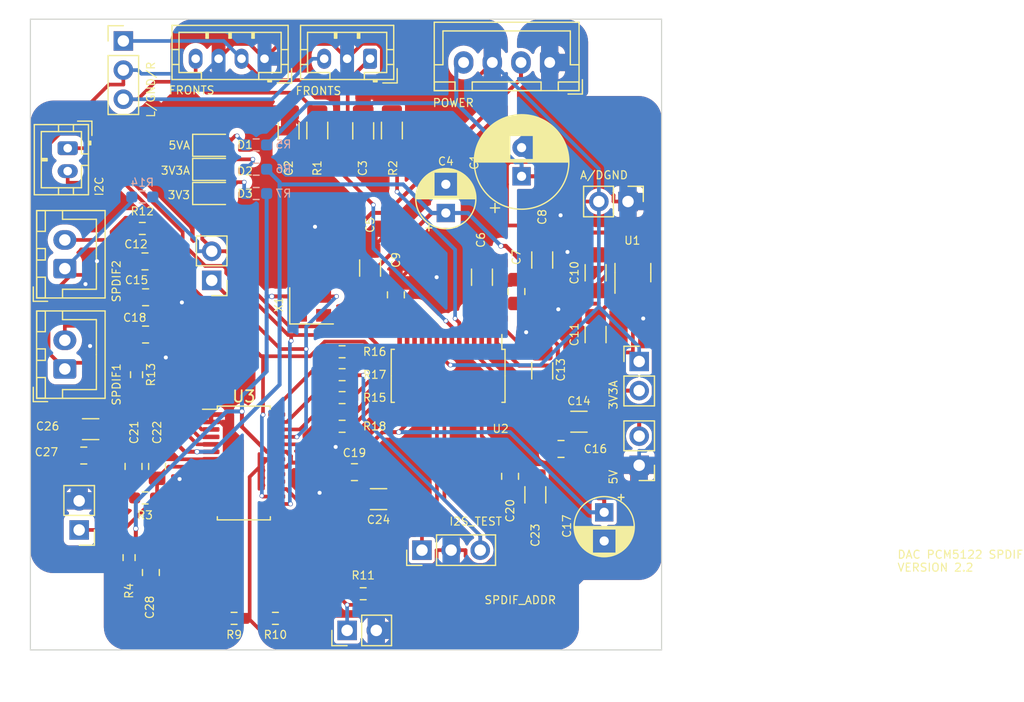
<source format=kicad_pcb>
(kicad_pcb (version 20221018) (generator pcbnew)
  (layers (0 "F.Cu" signal) (31 "B.Cu" signal) (34 "B.Paste" user) (35 "F.Paste" user) (36 "B.SilkS" user "B.Silkscreen") (37 "F.SilkS" user "F.Silkscreen") (38 "B.Mask" user) (39 "F.Mask" user) (44 "Edge.Cuts" user))
  (net 0 "")
  (net 1 "3V3")
  (net 2 "AGND")
  (net 3 "VOUT1")
  (net 4 "LEFT_FRONT")
  (net 5 "VOUT2")
  (net 6 "RIGHT_FRONT")
  (net 7 "Net-(D1-A)")
  (net 8 "Net-(D2-A)")
  (net 9 "GND")
  (net 10 "Net-(U2-VNEG)")
  (net 11 "5V")
  (net 12 "I2S_DATA")
  (net 13 "I2S_BCLK")
  (net 14 "I2S_LRCLK")
  (net 15 "3V3A")
  (net 16 "I2S_SCLK")
  (net 17 "Net-(U2-CAPP)")
  (net 18 "Net-(U2-CAPM)")
  (net 19 "Net-(U2-LDOO)")
  (net 20 "Net-(D3-A)")
  (net 25 "SCL")
  (net 26 "SDA")
  (net 28 "Net-(U3-~{RESET})")
  (net 30 "SPDIF_P1")
  (net 31 "SPDIF_P2")
  (net 32 "Net-(U3-RXN)")
  (net 33 "Net-(U3-RXP0)")
  (net 34 "Net-(U3-RXP1)")
  (net 35 "FILT")
  (net 36 "Net-(C21-Pad1)")
  (net 37 "Net-(U3-AD0{slash}~{CS}{slash}NV{slash}RERR)")
  (net 38 "Net-(U3-AD1{slash}CDIN{slash}~{AUDIO})")
  (net 39 "Net-(J11-Pin_1)")
  (net 40 "OMCK")
  (net 42 "GPO0")
  (net 43 "FGND")
  (net 44 "Net-(U3-SDOUT)")
  (net 45 "Net-(U3-OLRCK)")
  (net 46 "Net-(U3-OSCLK)")
  (net 47 "Net-(U3-RMCK)")
  (footprint "LED_SMD:LED_0805_2012Metric_Pad1.15x1.40mm_HandSolder" (layer "F.Cu") (at 53.8 37.6)
    (fp_text reference "D2")
    (fp_text value "YELLOW")
  )
  (footprint "Capacitor_SMD:C_0805_2012Metric_Pad1.18x1.45mm_HandSolder" (layer "F.Cu") (at 47.8375 48.75)
    (fp_text reference "C15")
    (fp_text value "0.01u")
  )
  (footprint "Capacitor_SMD:C_1206_3216Metric_Pad1.33x1.80mm_HandSolder" (layer "F.Cu") (at 82.4 55.1625 90)
    (fp_text reference "C13")
    (fp_text value "2.2u")
  )
  (footprint "Resistor_SMD:R_1206_3216Metric_Pad1.30x1.75mm_HandSolder" (layer "F.Cu") (at 69.3 34.2075 -90)
    (fp_text reference "R2")
    (fp_text value "470R")
  )
  (footprint "LED_SMD:LED_0805_2012Metric_Pad1.15x1.40mm_HandSolder" (layer "F.Cu") (at 53.8 35.5)
    (fp_text reference "D1")
    (fp_text value "BLUE")
  )
  (footprint "Capacitor_SMD:C_1206_3216Metric_Pad1.33x1.80mm_HandSolder" (layer "F.Cu") (at 81.8 65.975 -90)
    (fp_text reference "C23")
    (fp_text value "10u")
  )
  (footprint "Capacitor_SMD:C_1206_3216Metric_Pad1.33x1.80mm_HandSolder" (layer "F.Cu") (at 85.6 59.6)
    (fp_text reference "C14")
    (fp_text value "10u")
  )
  (footprint "Capacitor_SMD:C_0805_2012Metric_Pad1.18x1.45mm_HandSolder" (layer "F.Cu") (at 69.65 48.5375 90)
    (fp_text reference "C9")
    (fp_text value "0.1u")
  )
  (footprint "Capacitor_SMD:C_1206_3216Metric_Pad1.33x1.80mm_HandSolder" (layer "F.Cu") (at 87.05 52 -90)
    (fp_text reference "C11")
    (fp_text value "1u")
  )
  (footprint "Resistor_SMD:R_0603_1608Metric_Pad0.98x0.95mm_HandSolder" (layer "F.Cu") (at 64.9625 53.5)
    (fp_text reference "R16")
    (fp_text value "22R")
  )
  (footprint "Connector_PinHeader_2.54mm:PinHeader_1x03_P2.54mm_Vertical" (layer "F.Cu") (at 71.92 70.8 90)
    (fp_text reference "J13" hide)
    (fp_text value "Conn_01x03_Pin")
  )
  (footprint "Package_SO:TSSOP-28_4.4x9.7mm_P0.65mm" (layer "F.Cu") (at 74.2 55.6 -90)
    (fp_text reference "U2")
    (fp_text value "PCM5122PW")
  )
  (footprint "Connector_PinHeader_2.54mm:PinHeader_1x02_P2.54mm_Vertical" (layer "F.Cu") (at 53.6 47.275 180)
    (fp_text reference "J14" hide)
    (fp_text value "Conn_01x02_Pin")
  )
  (footprint "Capacitor_SMD:C_1206_3216Metric_Pad1.33x1.80mm_HandSolder" (layer "F.Cu") (at 66.8 34.2375 -90)
    (fp_text reference "C3")
    (fp_text value "2.2n")
  )
  (footprint "Resistor_SMD:R_0603_1608Metric_Pad0.98x0.95mm_HandSolder" (layer "F.Cu") (at 46.4 71.45 90)
    (fp_text reference "R4")
    (fp_text value "100k")
  )
  (footprint "Resistor_SMD:R_0603_1608Metric_Pad0.98x0.95mm_HandSolder" (layer "F.Cu") (at 59.15 76.75 180)
    (fp_text reference "R10")
    (fp_text value "4.7K")
  )
  (footprint "Connector_JST:JST_PH_B3B-PH-K_1x03_P2.00mm_Vertical" (layer "F.Cu") (at 67.4 27.95 180)
    (fp_text reference "J2" hide)
    (fp_text value "Conn_01x03_Pin")
  )
  (footprint "Resistor_SMD:R_0603_1608Metric_Pad0.98x0.95mm_HandSolder" (layer "F.Cu") (at 55.55 76.75 180)
    (fp_text reference "R9")
    (fp_text value "4.7K")
  )
  (footprint "Resistor_SMD:R_1206_3216Metric_Pad1.30x1.75mm_HandSolder" (layer "F.Cu") (at 62.8 34.2075 -90)
    (fp_text reference "R1")
    (fp_text value "470R")
  )
  (footprint "Capacitor_SMD:C_1206_3216Metric_Pad1.33x1.80mm_HandSolder" (layer "F.Cu") (at 43.05 60.25)
    (fp_text reference "C26")
    (fp_text value "10u")
  )
  (footprint "Resistor_SMD:R_0603_1608Metric_Pad0.98x0.95mm_HandSolder" (layer "F.Cu") (at 47.05 55.5 90)
    (fp_text reference "R13")
    (fp_text value "75R")
  )
  (footprint "Capacitor_SMD:C_0805_2012Metric_Pad1.18x1.45mm_HandSolder" (layer "F.Cu") (at 48.3 72.75 90)
    (fp_text reference "C28")
    (fp_text value "1u")
  )
  (footprint "Resistor_SMD:R_0603_1608Metric_Pad0.98x0.95mm_HandSolder" (layer "F.Cu") (at 66.8 74.6)
    (fp_text reference "R11")
    (fp_text value "4.7K")
  )
  (footprint "Connector_JST:JST_PH_B2B-PH-K_1x02_P2.00mm_Vertical" (layer "F.Cu") (at 41.05 35.75 -90)
    (fp_text reference "J4" hide)
    (fp_text value "Conn_01x02_Male")
  )
  (footprint "Capacitor_SMD:C_1206_3216Metric_Pad1.33x1.80mm_HandSolder" (layer "F.Cu") (at 82.4 45.5 90)
    (fp_text reference "C8")
    (fp_text value "10u")
  )
  (footprint "Package_TO_SOT_SMD:TSOT-23-5" (layer "F.Cu") (at 90.3 46.6 90)
    (fp_text reference "U1")
    (fp_text value "NCV8161")
  )
  (footprint "Capacitor_SMD:C_0805_2012Metric_Pad1.18x1.45mm_HandSolder" (layer "F.Cu") (at 46.7875 63.5 90)
    (fp_text reference "C21")
    (fp_text value "22n")
  )
  (footprint "Capacitor_THT:CP_Radial_D8.0mm_P2.50mm" (layer "F.Cu") (at 80.6 38.2 90)
    (fp_text reference "C1")
    (fp_text value " 330u 16V")
  )
  (footprint "Capacitor_SMD:C_0805_2012Metric_Pad1.18x1.45mm_HandSolder" (layer "F.Cu") (at 47.8375 52)
    (fp_text reference "C18")
    (fp_text value "0.01u")
  )
  (footprint "Oscillator:Oscillator_SMD_Abracon_ASE-4Pin_3.2x2.5mm" (layer "F.Cu") (at 62.3 49.5)
    (fp_text reference "X1")
    (fp_text value "ASE-xxxMHz")
  )
  (footprint "Connector_JST:JST_XH_B2B-XH-A_1x02_P2.50mm_Vertical" (layer "F.Cu") (at 40.8 55 90)
    (fp_text reference "J9" hide)
    (fp_text value "Conn_01x02_Male")
  )
  (footprint "Package_SO:TSSOP-28_4.4x9.7mm_P0.65mm" (layer "F.Cu") (at 56.4 63.2)
    (fp_text reference "U3")
    (fp_text value "CS8416-xZZ")
  )
  (footprint "Capacitor_SMD:C_0805_2012Metric_Pad1.18x1.45mm_HandSolder" (layer "F.Cu") (at 80.15 48.25 -90)
    (fp_text reference "C7")
    (fp_text value "0.1u")
  )
  (footprint "Capacitor_THT:CP_Radial_D5.0mm_P2.50mm" (layer "F.Cu") (at 87.8 67.5 -90)
    (fp_text reference "C17")
    (fp_text value "100u 16V")
  )
  (footprint "Connector_PinHeader_2.54mm:PinHeader_1x03_P2.54mm_Vertical" (layer "F.Cu") (at 45.9 26.4)
    (fp_text reference "J1" hide)
    (fp_text value "Conn_01x03_Male")
  )
  (footprint "Connector_PinHeader_2.54mm:PinHeader_1x02_P2.54mm_Vertical" (layer "F.Cu") (at 89.875 40.4 -90)
    (fp_text reference "J5" hide)
    (fp_text value "Conn_01x02_Pin")
  )
  (footprint "Resistor_SMD:R_0603_1608Metric_Pad0.98x0.95mm_HandSolder" (layer "F.Cu") (at 47.8 66.25)
    (fp_text reference "R3")
    (fp_text value "3K")
  )
  (footprint "Resistor_SMD:R_0603_1608Metric_Pad0.98x0.95mm_HandSolder" (layer "F.Cu") (at 64.9625 57.5)
    (fp_text reference "R15")
    (fp_text value "22R")
  )
  (footprint "Connector_PinHeader_2.54mm:PinHeader_1x02_P2.54mm_Vertical" (layer "F.Cu") (at 65.4 77.8 90)
    (fp_text reference "J11" hide)
    (fp_text value "Conn_01x02_Pin")
  )
  (footprint "MountingHole:MountingHole_3.2mm_M3" (layer "F.Cu") (at 90.3 77)
    (fp_text reference "H4" hide)
    (fp_text value "MountingHole")
  )
  (footprint "Capacitor_SMD:C_1206_3216Metric_Pad1.33x1.80mm_HandSolder" (layer "F.Cu") (at 87.05 46.6125 90)
    (fp_text reference "C10")
    (fp_text value "1u")
  )
  (footprint "Connector_PinHeader_2.54mm:PinHeader_1x02_P2.54mm_Vertical" (layer "F.Cu") (at 42.05 69.04 180)
    (fp_text reference "J15" hide)
    (fp_text value "Conn_01x02_Pin")
  )
  (footprint "Resistor_SMD:R_0603_1608Metric_Pad0.98x0.95mm_HandSolder" (layer "F.Cu") (at 47.55 42.75 180)
    (fp_text reference "R12")
    (fp_text value "75R")
  )
  (footprint "Connector_PinHeader_2.54mm:PinHeader_1x02_P2.54mm_Vertical" (layer "F.Cu") (at 90.85 63.4 180)
    (fp_text reference "J8" hide)
    (fp_text value "Conn_01x02_Pin")
  )
  (footprint "Capacitor_THT:CP_Radial_D5.0mm_P2.50mm" (layer "F.Cu") (at 74 41.4 90)
    (fp_text reference "C4")
    (fp_text value "100u 16V")
  )
  (footprint "Capacitor_SMD:C_1206_3216Metric_Pad1.33x1.80mm_HandSolder" (layer "F.Cu") (at 77.15 47 -90)
    (fp_text reference "C6")
    (fp_text value "2.2u")
  )
  (footprint "Capacitor_SMD:C_0805_2012Metric_Pad1.18x1.45mm_HandSolder" (layer "F.Cu") (at 66.0375 64)
    (fp_text reference "C19")
    (fp_text value "0.1u")
  )
  (footprint "MountingHole:MountingHole_3.2mm_M3" (layer "F.Cu") (at 40.3 27)
    (fp_text reference "H1" hide)
    (fp_text value "MountingHole")
  )
  (footprint "Capacitor_SMD:C_0805_2012Metric_Pad1.18x1.45mm_HandSolder" (layer "F.Cu") (at 42.45 62.55)
    (fp_text reference "C27")
    (fp_text value "0.1u")
  )
  (footprint "Capacitor_SMD:C_1206_3216Metric_Pad1.33x1.80mm_HandSolder" (layer "F.Cu") (at 60.3 34.2375 -90)
    (fp_text reference "C2")
    (fp_text value "2.2n")
  )
  (footprint "LED_SMD:LED_0805_2012Metric_Pad1.15x1.40mm_HandSolder" (layer "F.Cu") (at 53.8 39.7)
    (fp_text reference "D3")
    (fp_text value "YELLOW")
  )
  (footprint "Connector_JST:JST_XH_B2B-XH-A_1x02_P2.50mm_Vertical" (layer "F.Cu") (at 40.8 46.25 90)
    (fp_text reference "J7" hide)
    (fp_text value "Conn_01x02_Male")
  )
  (footprint "Resistor_SMD:R_0603_1608Metric_Pad0.98x0.95mm_HandSolder" (layer "F.Cu") (at 64.9625 60)
    (fp_text reference "R18")
    (fp_text value "22R")
  )
  (footprint "Connector_PinHeader_2.54mm:PinHeader_1x02_P2.54mm_Vertical" (layer "F.Cu") (at 90.85 54.35)
    (fp_text reference "J6" hide)
    (fp_text value "Conn_01x02_Pin")
  )
  (footprint "Connector_JST:JST_XH_B4B-XH-A_1x04_P2.50mm_Vertical" (layer "F.Cu") (at 83.05 28.275 180)
    (fp_text reference "J3" hide)
    (fp_text value "Conn_01x04_Pin")
  )
  (footprint "Capacitor_SMD:C_0805_2012Metric_Pad1.18x1.45mm_HandSolder" (layer "F.Cu") (at 48.8375 63.5 -90)
    (fp_text reference "C22")
    (fp_text value "1n")
  )
  (footprint "Capacitor_SMD:C_1206_3216Metric_Pad1.33x1.80mm_HandSolder" (layer "F.Cu") (at 68.1375 66.35)
    (fp_text reference "C24")
    (fp_text value "10u")
  )
  (footprint "MountingHole:MountingHole_3.2mm_M3" (layer "F.Cu") (at 40.3 77)
    (fp_text reference "H3" hide)
    (fp_text value "MountingHole")
  )
  (footprint "Resistor_SMD:R_0603_1608Metric_Pad0.98x0.95mm_HandSolder" (layer "F.Cu") (at 64.9625 55.5)
    (fp_text reference "R17")
    (fp_text value "22R")
  )
  (footprint "Capacitor_SMD:C_1206_3216Metric_Pad1.33x1.80mm_HandSolder" (layer "F.Cu") (at 67.4 46.2 90)
    (fp_text reference "C5")
    (fp_text value "10u")
  )
  (footprint "Capacitor_SMD:C_0805_2012Metric_Pad1.18x1.45mm_HandSolder" (layer "F.Cu") (at 47.7875 45.6206)
    (fp_text reference "C12")
    (fp_text value "0.01u")
  )
  (footprint "Capacitor_SMD:C_0805_2012Metric_Pad1.18x1.45mm_HandSolder" (layer "F.Cu") (at 79.6 64.3625 -90)
    (fp_text reference "C20")
    (fp_text value "0.1u")
  )
  (footprint "MountingHole:MountingHole_3.2mm_M3" (layer "F.Cu") (at 90.05 27.25)
    (fp_text reference "H2" hide)
    (fp_text value "MountingHole")
  )
  (footprint "Connector_JST:JST_PH_B4B-PH-K_1x04_P2.00mm_Vertical" (layer "F.Cu") (at 58.2 27.95 180)
    (fp_text reference "J12" hide)
    (fp_text value "Conn_01x04_Pin")
  )
  (footprint "Capacitor_SMD:C_0805_2012Metric_Pad1.18x1.45mm_HandSolder" (layer "F.Cu") (at 84.0375 61.975 180)
    (fp_text reference "C16")
    (fp_text value "0.1u")
  )
  (footprint "Resistor_SMD:R_0603_1608Metric_Pad0.98x0.95mm_HandSolder" (layer "B.Cu") (at 57.475 39.7 180)
    (fp_text reference "R7")
    (fp_text value "430R")
  )
  (footprint "Resistor_SMD:R_0603_1608Metric_Pad0.98x0.95mm_HandSolder" (layer "B.Cu") (at 57.475 37.5825 180)
    (fp_text reference "R6")
    (fp_text value "430R")
  )
  (footprint "Resistor_SMD:R_0603_1608Metric_Pad0.98x0.95mm_HandSolder" (layer "B.Cu") (at 57.475 35.465 180)
    (fp_text reference "R5")
    (fp_text value "1K")
  )
  (footprint "Resistor_SMD:R_0603_1608Metric_Pad0.98x0.95mm_HandSolder" (layer "B.Cu") (at 47.55 40)
    (fp_text reference "R14")
    (fp_text value "FERRITE")
  )
  (gr_line (start 92.8 24.5) (end 92.8 79.5) (stroke (width 0.1)) (layer "Edge.Cuts"))
  (gr_line (start 92.8 79.5) (end 37.8 79.5) (stroke (width 0.1)) (layer "Edge.Cuts"))
  (gr_line (start 37.8 24.5) (end 92.8 24.5) (stroke (width 0.1)) (layer "Edge.Cuts"))
  (gr_line (start 37.8 79.5) (end 37.8 24.5) (stroke (width 0.1)) (layer "Edge.Cuts"))
  (gr_text "FRONTS" (at 49.8 30.7) (layer "F.SilkS") (effects (font (size 0.7 0.7) (thickness 0.1)) (justify left)))
  (gr_text "5V" (at 88.6 65.125 90) (layer "F.SilkS") (effects (font (size 0.7 0.7) (thickness 0.1)) (justify left)))
  (gr_text "5VA" (at 49.775 35.5) (layer "F.SilkS") (effects (font (size 0.7 0.7) (thickness 0.1)) (justify left)))
  (gr_text "POWER" (at 72.8 31.8) (layer "F.SilkS") (effects (font (size 0.7 0.7) (thickness 0.1)) (justify left)))
  (gr_text "3V3A" (at 49.108333 37.7) (layer "F.SilkS") (effects (font (size 0.7 0.7) (thickness 0.1)) (justify left)))
  (gr_text "I2C\n" (at 43.8 40 90) (layer "F.SilkS") (effects (font (size 0.7 0.7) (thickness 0.1)) (justify left)))
  (gr_text "FRONTS" (at 60.85 30.75) (layer "F.SilkS") (effects (font (size 0.7 0.7) (thickness 0.1)) (justify left)))
  (gr_text "DAC PCM5122 SPDIF\nVERSION 2.2" (at 113.3 71.75) (layer "F.SilkS") (effects (font (size 0.7 0.7) (thickness 0.1)) (justify left)))
  (gr_text "SPDIF_ADDR" (at 77.3 75.15) (layer "F.SilkS") (effects (font (size 0.7 0.7) (thickness 0.1)) (justify left)))
  (gr_text "L/GND/R" (at 48.3 33.14 90) (layer "F.SilkS") (effects (font (size 0.7 0.7) (thickness 0.1)) (justify left)))
  (gr_text "I2S_TEST" (at 74.25 68.3) (layer "F.SilkS") (effects (font (size 0.7 0.7) (thickness 0.1)) (justify left)))
  (gr_text "SPDIF2" (at 45.3 49.25 90) (layer "F.SilkS") (effects (font (size 0.7 0.7) (thickness 0.1)) (justify left)))
  (gr_text "A/DGND" (at 85.635 38.1) (layer "F.SilkS") (effects (font (size 0.7 0.7) (thickness 0.1)) (justify left)))
  (gr_text "3V3A" (at 88.6 58.6 90) (layer "F.SilkS") (effects (font (size 0.7 0.7) (thickness 0.1)) (justify left)))
  (gr_text "3V3" (at 49.708333 39.835) (layer "F.SilkS") (effects (font (size 0.7 0.7) (thickness 0.1)) (justify left)))
  (gr_text "SPDIF1" (at 45.3 58.25 90) (layer "F.SilkS") (effects (font (size 0.7 0.7) (thickness 0.1)) (justify left)))
  (segment (start 70.9249 57.2823) (end 71.618 57.2823) (width 0.35) (layer "F.Cu") (net 1))
  (segment (start 80.825 58.4625) (end 83 60.6375) (width 0.35) (layer "F.Cu") (net 1))
  (segment (start 65.8875 67.0375) (end 66.575 66.35) (width 0.35) (layer "F.Cu") (net 1))
  (segment (start 66.575 66.35) (end 65 64.775) (width 0.35) (layer "F.Cu") (net 1))
  (segment (start 68.4885 60.5115) (end 69.903 60.5115) (width 0.35) (layer "F.Cu") (net 1))
  (segment (start 78.425 58.4625) (end 78.425 57.6293) (width 0.35) (layer "F.Cu") (net 1))
  (segment (start 61.25 48.675) (end 60.1731 48.675) (width 0.35) (layer "F.Cu") (net 1))
  (segment (start 78.091 57.2953) (end 76.1321 57.2953) (width 0.35) (layer "F.Cu") (net 1))
  (segment (start 69.903 60.5115) (end 70.625 59.7895) (width 0.35) (layer "F.Cu") (net 1))
  (segment (start 59.2625 62.225) (end 60.1077 62.225) (width 0.35) (layer "F.Cu") (net 1))
  (segment (start 87.8 67.5) (end 87.8 66.2731) (width 0.35) (layer "F.Cu") (net 1))
  (segment (start 60.1731 48.675) (end 58.8413 48.675) (width 0.35) (layer "F.Cu") (net 1))
  (segment (start 56.2331 58.7031) (end 56.2331 60.044) (width 0.35) (layer "F.Cu") (net 1))
  (segment (start 46.9869 68.9237) (end 46.9869 69.9506) (width 0.35) (layer "F.Cu") (net 1))
  (segment (start 61.25 48.675) (end 61.25 47.6981) (width 0.35) (layer "F.Cu") (net 1))
  (segment (start 61.25 47.6981) (end 67.5578 41.3903) (width 0.35) (layer "F.Cu") (net 1))
  (segment (start 83 61.975) (end 83 60.6375) (width 0.35) (layer "F.Cu") (net 1))
  (segment (start 70.625 57.5822) (end 70.9249 57.2823) (width 0.35) (layer "F.Cu") (net 1))
  (segment (start 65 64.775) (end 65 64) (width 0.35) (layer "F.Cu") (net 1))
  (segment (start 60.4944 63.1659) (end 60.1353 63.525) (width 0.35) (layer "F.Cu") (net 1))
  (segment (start 80.55 28.275) (end 80.55 29.6769) (width 0.35) (layer "F.Cu") (net 1))
  (segment (start 60.1077 62.225) (end 60.4944 62.6117) (width 0.35) (layer "F.Cu") (net 1))
  (segment (start 58.4141 62.225) (end 59.2625 62.225) (width 0.35) (layer "F.Cu") (net 1))
  (segment (start 70.625 59.7895) (end 70.625 58.4625) (width 0.35) (layer "F.Cu") (net 1))
  (segment (start 75.825 57.6024) (end 75.825 58.4625) (width 0.35) (layer "F.Cu") (net 1))
  (segment (start 68.8366 41.3903) (end 80.55 29.6769) (width 0.35) (layer "F.Cu") (net 1))
  (segment (start 83 60.6375) (end 84.0375 59.6) (width 0.35) (layer "F.Cu") (net 1))
  (segment (start 60.4944 62.6117) (end 60.4944 63.1659) (width 0.35) (layer "F.Cu") (net 1))
  (segment (start 78.425 57.6293) (end 78.091 57.2953) (width 0.35) (layer "F.Cu") (net 1))
  (segment (start 76.1321 57.2953) (end 75.825 57.6024) (width 0.35) (layer "F.Cu") (net 1))
  (segment (start 67.5578 41.3903) (end 68.8366 41.3903) (width 0.35) (layer "F.Cu") (net 1))
  (segment (start 46.9869 69.9506) (end 46.4 70.5375) (width 0.35) (layer "F.Cu") (net 1))
  (segment (start 87.2981 66.2731) (end 83 61.975) (width 0.35) (layer "F.Cu") (net 1))
  (segment (start 71.618 57.2823) (end 71.925 57.5893) (width 0.35) (layer "F.Cu") (net 1))
  (segment (start 70.625 58.4625) (end 70.625 57.5822) (width 0.35) (layer "F.Cu") (net 1))
  (segment (start 87.8 66.2731) (end 87.2981 66.2731) (width 0.35) (layer "F.Cu") (net 1))
  (segment (start 65 64) (end 68.4885 60.5115) (width 0.35) (layer "F.Cu") (net 1))
  (segment (start 71.925 57.5893) (end 71.925 58.4625) (width 0.35) (layer "F.Cu") (net 1))
  (segment (start 65 64) (end 64.1659 63.1659) (width 0.35) (layer "F.Cu") (net 1))
  (segment (start 78.425 58.4625) (end 80.825 58.4625) (width 0.35) (layer "F.Cu") (net 1))
  (segment (start 56.2331 60.044) (end 58.4141 62.225) (width 0.35) (layer "F.Cu") (net 1))
  (segment (start 65.8875 74.6) (end 65.8875 67.0375) (width 0.35) (layer "F.Cu") (net 1))
  (segment (start 60.1353 63.525) (end 59.2625 63.525) (width 0.35) (layer "F.Cu") (net 1))
  (segment (start 64.1659 63.1659) (end 60.4944 63.1659) (width 0.35) (layer "F.Cu") (net 1))
  (via (at 58.8413 48.675) (size 0.45) (drill 0.35) (layers "F.Cu" "B.Cu") (net 1))
  (via (at 56.2331 58.7031) (size 0.45) (drill 0.35) (layers "F.Cu" "B.Cu") (net 1))
  (via (at 46.9869 68.9237) (size 0.45) (drill 0.35) (layers "F.Cu" "B.Cu") (net 1))
  (via (at 69.903 60.5115) (size 0.45) (drill 0.35) (layers "F.Cu" "B.Cu") (net 1))
  (segment (start 79.5846 60.5115) (end 86.5731 67.5) (width 0.35) (layer "B.Cu") (net 1))
  (segment (start 69.903 60.5115) (end 79.5846 60.5115) (width 0.35) (layer "B.Cu") (net 1))
  (segment (start 58.3875 39.7) (end 58.3875 48.675) (width 0.35) (layer "B.Cu") (net 1))
  (segment (start 54.891 58.7031) (end 46.9869 66.6072) (width 0.35) (layer "B.Cu") (net 1))
  (segment (start 58.3875 48.675) (end 58.3875 55.2125) (width 0.35) (layer "B.Cu") (net 1))
  (segment (start 46.9869 66.6072) (end 46.9869 68.9237) (width 0.35) (layer "B.Cu") (net 1))
  (segment (start 56.2331 57.3669) (end 56.2331 58.7031) (width 0.35) (layer "B.Cu") (net 1))
  (segment (start 58.3875 48.675) (end 58.8413 48.675) (width 0.35) (layer "B.Cu") (net 1))
  (segment (start 56.2331 58.7031) (end 54.891 58.7031) (width 0.35) (layer "B.Cu") (net 1))
  (segment (start 87.8 67.5) (end 86.5731 67.5) (width 0.35) (layer "B.Cu") (net 1))
  (segment (start 58.3875 55.2125) (end 56.2331 57.3669) (width 0.35) (layer "B.Cu") (net 1))
  (segment (start 38.7831 36.0569) (end 38.7831 57.5456) (width 0.32) (layer "F.Cu") (net 2))
  (segment (start 64.1131 26.6631) (end 65.4 27.95) (width 0.32) (layer "F.Cu") (net 2))
  (segment (start 90.85 54.35) (end 90.3 53.8) (width 0.32) (layer "F.Cu") (net 2))
  (segment (start 87.335 40.4) (end 86.0731 40.4) (width 0.32) (layer "F.Cu") (net 2))
  (segment (start 80.15 47.2125) (end 79.6849 47.6776) (width 0.32) (layer "F.Cu") (net 2))
  (segment (start 42.05 63.697) (end 45.553 63.697) (width 0.32) (layer "F.Cu") (net 2))
  (segment (start 54.3674 64.825) (end 53.5375 64.825) (width 0.32) (layer "F.Cu") (net 2))
  (segment (start 74.3781 31.9469) (end 70.6039 31.9469) (width 0.32) (layer "F.Cu") (net 2))
  (segment (start 79.3901 47.6776) (end 78.9175 48.1502) (width 0.32) (layer "F.Cu") (net 2))
  (segment (start 54.7234 59.9908) (end 54.3576 59.625) (width 0.32) (layer "F.Cu") (net 2))
  (segment (start 79.5763 36.95) (end 82.6231 36.95) (width 0.32) (layer "F.Cu") (net 2))
  (segment (start 77.15 45.4375) (end 77.15 44.6721) (width 0.32) (layer "F.Cu") (net 2))
  (segment (start 53.5375 59.625) (end 53.5375 58.975) (width 0.32) (layer "F.Cu") (net 2))
  (segment (start 79.3326 42.4895) (end 80.952 42.4895) (width 0.32) (layer "F.Cu") (net 2))
  (segment (start 54.2 27.95) (end 55.4869 26.6631) (width 0.32) (layer "F.Cu") (net 2))
  (segment (start 70.6039 31.9469) (end 70.6039 33.3377) (width 0.32) (layer "F.Cu") (net 2))
  (segment (start 54.3829 62.875) (end 54.6929 63.185) (width 0.32) (layer "F.Cu") (net 2))
  (segment (start 68.421 31.5886) (end 68.421 27.0434) (width 0.32) (layer "F.Cu") (net 2))
  (segment (start 66.7039 26.6461) (end 65.4 27.95) (width 0.32) (layer "F.Cu") (net 2))
  (segment (start 54.6929 63.185) (end 54.6929 64.4995) (width 0.32) (layer "F.Cu") (net 2))
  (segment (start 61.9998 34.3748) (end 60.3 32.675) (width 0.32) (layer "F.Cu") (net 2))
  (segment (start 82.6231 36.95) (end 86.0731 40.4) (width 0.32) (layer "F.Cu") (net 2))
  (segment (start 48.8375 62.4625) (end 49.25 62.875) (width 0.32) (layer "F.Cu") (net 2))
  (segment (start 78.05 28.275) (end 74.3781 31.9469) (width 0.32) (layer "F.Cu") (net 2))
  (segment (start 68.421 31.5886) (end 70.2456 31.5886) (width 0.32) (layer "F.Cu") (net 2))
  (segment (start 79.3326 38.9) (end 79.3326 37.1937) (width 0.32) (layer "F.Cu") (net 2))
  (segment (start 78.9175 48.9791) (end 77.125 50.7716) (width 0.32) (layer "F.Cu") (net 2))
  (segment (start 54.3829 62.875) (end 54.7234 62.5345) (width 0.32) (layer "F.Cu") (net 2))
  (segment (start 85.9375 43.9375) (end 87.05 45.05) (width 0.32) (layer "F.Cu") (net 2))
  (segment (start 77.15 45.4375) (end 79.3901 47.6776) (width 0.32) (layer "F.Cu") (net 2))
  (segment (start 71.7125 45.4375) (end 77.15 45.4375) (width 0.32) (layer "F.Cu") (net 2))
  (segment (start 74.3231 54.6635) (end 73.225 53.5654) (width 0.32) (layer "F.Cu") (net 2))
  (segment (start 41.4875 60.25) (end 41.4125 60.325) (width 0.32) (layer "F.Cu") (net 2))
  (segment (start 90.3 53.8) (end 90.3 53.5625) (width 0.32) (layer "F.Cu") (net 2))
  (segment (start 46.7875 62.4625) (end 48.8375 62.4625) (width 0.32) (layer "F.Cu") (net 2))
  (segment (start 73.225 53.5654) (end 73.225 52.7375) (width 0.32) (layer "F.Cu") (net 2))
  (segment (start 77.125 50.7716) (end 77.125 52.7375) (width 0.32) (layer "F.Cu") (net 2))
  (segment (start 90.3 53.5625) (end 90.3 47.7375) (width 0.32) (layer "F.Cu") (net 2))
  (segment (start 69.65 47.5) (end 71.7125 45.4375) (width 0.32) (layer "F.Cu") (net 2))
  (segment (start 79.3326 38.9) (end 74 38.9) (width 0.32) (layer "F.Cu") (net 2))
  (segment (start 67.8864 31.5886) (end 68.421 31.5886) (width 0.32) (layer "F.Cu") (net 2))
  (segment (start 77.15 44.6721) (end 79.3326 42.4895) (width 0.32) (layer "F.Cu") (net 2))
  (segment (start 79.6849 47.6776) (end 79.3901 47.6776) (width 0.32) (layer "F.Cu") (net 2))
  (segment (start 74.4082 54.6635) (end 74.3231 54.6635) (width 0.32) (layer "F.Cu") (net 2))
  (segment (start 53.5375 66.775) (end 53.5375 66.125) (width 0.32) (layer "F.Cu") (net 2))
  (segment (start 66.8 32.675) (end 67.8864 31.5886) (width 0.32) (layer "F.Cu") (net 2))
  (segment (start 41.4125 60.325) (end 41.4125 62.55) (width 0.32) (layer "F.Cu") (net 2))
  (segment (start 42.05 63.1875) (end 41.4125 62.55) (width 0.32) (layer "F.Cu") (net 2))
  (segment (start 69.5668 34.3748) (end 61.9998 34.3748) (width 0.32) (layer "F.Cu") (net 2))
  (segment (start 54.3576 59.625) (end 53.5375 59.625) (width 0.32) (layer "F.Cu") (net 2))
  (segment (start 68.421 27.0434) (end 68.0237 26.6461) (width 0.32) (layer "F.Cu") (net 2))
  (segment (start 53.5375 65.475) (end 53.5375 64.825) (width 0.32) (layer "F.Cu") (net 2))
  (segment (start 55.4869 26.6631) (end 56.9131 26.6631) (width 0.32) (layer "F.Cu") (net 2))
  (segment (start 58.2 27.95) (end 59.4869 26.6631) (width 0.32) (layer "F.Cu") (net 2))
  (segment (start 54.7234 62.5345) (end 54.7234 59.9908) (width 0.32) (layer "F.Cu") (net 2))
  (segment (start 70.6039 33.3377) (end 69.5668 34.3748) (width 0.32) (layer "F.Cu") (net 2))
  (segment (start 80.952 42.4895) (end 82.4 43.9375) (width 0.32) (layer "F.Cu") (net 2))
  (segment (start 45.9 30.2019) (end 44.6381 30.2019) (width 0.32) (layer "F.Cu") (net 2))
  (segment (start 79.3326 37.1937) (end 79.5763 36.95) (width 0.32) (layer "F.Cu") (net 2))
  (segment (start 78.9175 48.1502) (end 78.9175 48.9791) (width 0.32) (layer "F.Cu") (net 2))
  (segment (start 82.4 43.9375) (end 85.9375 43.9375) (width 0.32) (layer "F.Cu") (net 2))
  (segment (start 73.1375 38.9) (end 67.4 44.6375) (width 0.32) (layer "F.Cu") (net 2))
  (segment (start 45.9 28.94) (end 45.9 30.2019) (width 0.32) (layer "F.Cu") (net 2))
  (segment (start 49.25 62.875) (end 53.5375 62.875) (width 0.32) (layer "F.Cu") (net 2))
  (segment (start 59.4869 26.6631) (end 64.1131 26.6631) (width 0.32) (layer "F.Cu") (net 2))
  (segment (start 74 38.9) (end 73.1375 38.9) (width 0.32) (layer "F.Cu") (net 2))
  (segment (start 44.6381 30.2019) (end 38.7831 36.0569) (width 0.32) (layer "F.Cu") (net 2))
  (segment (start 42.05 63.697) (end 42.05 63.1875) (width 0.32) (layer "F.Cu") (net 2))
  (segment (start 42.05 66.5) (end 42.05 63.697) (width 0.32) (layer "F.Cu") (net 2))
  (segment (start 90.3 53.5625) (end 87.05 53.5625) (width 0.32) (layer "F.Cu") (net 2))
  (segment (start 53.5375 62.875) (end 54.3829 62.875) (width 0.32) (layer "F.Cu") (net 2))
  (segment (start 53.5375 66.125) (end 53.5375 65.475) (width 0.32) (layer "F.Cu") (net 2))
  (segment (start 79.3326 42.4895) (end 79.3326 38.9) (width 0.32) (layer "F.Cu") (net 2))
  (segment (start 38.7831 57.5456) (end 41.4875 60.25) (width 0.32) (layer "F.Cu") (net 2))
  (segment (start 70.2456 31.5886) (end 70.6039 31.9469) (width 0.32) (layer "F.Cu") (net 2))
  (segment (start 56.9131 26.6631) (end 58.2 27.95) (width 0.32) (layer "F.Cu") (net 2))
  (segment (start 68.0237 26.6461) (end 66.7039 26.6461) (width 0.32) (layer "F.Cu") (net 2))
  (segment (start 54.6929 64.4995) (end 54.3674 64.825) (width 0.32) (layer "F.Cu") (net 2))
  (segment (start 45.553 63.697) (end 46.7875 62.4625) (width 0.32) (layer "F.Cu") (net 2))
  (via (at 62.6 42.6) (size 0.6) (drill 0.35) (layers "F.Cu" "B.Cu") (net 2))
  (via (at 50.8 64.6) (size 0.6) (drill 0.35) (layers "F.Cu" "B.Cu") (net 2))
  (via (at 74.4082 54.6635) (size 0.4) (drill 0.3) (layers "F.Cu" "B.Cu") (net 2))
  (via (at 51 49.2) (size 0.6) (drill 0.35) (layers "F.Cu" "B.Cu") (net 2))
  (via (at 43 53) (size 0.6) (drill 0.35) (layers "F.Cu" "B.Cu") (net 2))
  (via (at 73.2 47) (size 0.6) (drill 0.35) (layers "F.Cu" "B.Cu") (net 2))
  (via (at 49.6 54) (size 0.6) (drill 0.35) (layers "F.Cu" "B.Cu") (net 2))
  (via (at 42.6 47.6) (size 0.6) (drill 0.35) (layers "F.Cu" "B.Cu") (net 2))
  (via (at 43.6 45.6) (size 0.6) (drill 0.35) (layers "F.Cu" "B.Cu") (net 2))
  (segment (start 87.335 37.56) (end 87.335 40.4) (width 0.32) (layer "B.Cu") (net 2))
  (segment (start 45.9 28.94) (end 47.1619 28.94) (width 0.32) (layer "B.Cu") (net 2))
  (segment (start 90.85 53.0881) (end 87.335 49.5731) (width 0.32) (layer "B.Cu") (net 2))
  (segment (start 52.8901 29.2599) (end 47.4818 29.2599) (width 0.32) (layer "B.Cu") (net 2))
  (segment (start 82.2446 54.6635) (end 74.4082 54.6635) (width 0.32) (layer "B.Cu") (net 2))
  (segment (start 87.335 49.5731) (end 87.335 40.4) (width 0.32) (layer "B.Cu") (net 2))
  (segment (start 47.4818 29.2599) (end 47.1619 28.94) (width 0.32) (layer "B.Cu") (net 2))
  (segment (start 78.05 28.275) (end 87.335 37.56) (width 0.32) (layer "B.Cu") (net 2))
  (segment (start 87.335 49.5731) (end 82.2446 54.6635) (width 0.32) (layer "B.Cu") (net 2))
  (segment (start 90.85 54.35) (end 90.85 53.0881) (width 0.32) (layer "B.Cu") (net 2))
  (segment (start 54.2 27.95) (end 52.8901 29.2599) (width 0.32) (layer "B.Cu") (net 2))
  (segment (start 75.175 52.7375) (end 75.175 50.9631) (width 0.32) (layer "F.Cu") (net 3))
  (segment (start 69.7524 39.5468) (end 69.7524 36.2949) (width 0.32) (layer "F.Cu") (net 3))
  (segment (start 75.175 50.9631) (end 74.8086 50.5967) (width 0.32) (layer "F.Cu") (net 3))
  (segment (start 69.2575 35.8) (end 69.3 35.7575) (width 0.32) (layer "F.Cu") (net 3))
  (segment (start 69.7524 36.2949) (end 69.2575 35.8) (width 0.32) (layer "F.Cu") (net 3))
  (segment (start 66.8 35.8) (end 69.2575 35.8) (width 0.32) (layer "F.Cu") (net 3))
  (via (at 69.7524 39.5468) (size 0.4) (drill 0.3) (layers "F.Cu" "B.Cu") (net 3))
  (via (at 74.8086 50.5967) (size 0.4) (drill 0.3) (layers "F.Cu" "B.Cu") (net 3))
  (segment (start 74.8086 44.603) (end 69.7524 39.5468) (width 0.32) (layer "B.Cu") (net 3))
  (segment (start 74.8086 50.5967) (end 74.8086 44.603) (width 0.32) (layer "B.Cu") (net 3))
  (segment (start 56.2 27.95) (end 58.0638 29.8138) (width 0.32) (layer "F.Cu") (net 4))
  (segment (start 68.1657 33.7918) (end 65.892 33.7918) (width 0.32) (layer "F.Cu") (net 4))
  (segment (start 65.4496 33.3494) (end 65.4496 29.8138) (width 0.32) (layer "F.Cu") (net 4))
  (segment (start 65.4496 29.8138) (end 65.5362 29.8138) (width 0.32) (layer "F.Cu") (net 4))
  (segment (start 69.3 32.6575) (end 68.1657 33.7918) (width 0.32) (layer "F.Cu") (net 4))
  (segment (start 65.892 33.7918) (end 65.4496 33.3494) (width 0.32) (layer "F.Cu") (net 4))
  (segment (start 58.0638 29.8138) (end 65.4496 29.8138) (width 0.32) (layer "F.Cu") (net 4))
  (segment (start 65.5362 29.8138) (end 67.4 27.95) (width 0.32) (layer "F.Cu") (net 4))
  (segment (start 45.9 26.4) (end 54.65 26.4) (width 0.32) (layer "B.Cu") (net 4))
  (segment (start 54.65 26.4) (end 56.2 27.95) (width 0.32) (layer "B.Cu") (net 4))
  (segment (start 62.8 35.8) (end 62.8 35.7575) (width 0.32) (layer "F.Cu") (net 5))
  (segment (start 74.525 52.7375) (end 74.525 51.3301) (width 0.32) (layer "F.Cu") (net 5))
  (segment (start 67.6816 40.6926) (end 62.8 35.811) (width 0.32) (layer "F.Cu") (net 5))
  (segment (start 62.8 35.8) (end 60.3 35.8) (width 0.32) (layer "F.Cu") (net 5))
  (segment (start 62.8 35.811) (end 62.8 35.8) (width 0.32) (layer "F.Cu") (net 5))
  (segment (start 74.525 51.3301) (end 74.0057 50.8108) (width 0.32) (layer "F.Cu") (net 5))
  (via (at 74.0057 50.8108) (size 0.4) (drill 0.3) (layers "F.Cu" "B.Cu") (net 5))
  (via (at 67.6816 40.6926) (size 0.4) (drill 0.3) (layers "F.Cu" "B.Cu") (net 5))
  (segment (start 67.6816 44.4867) (end 67.6816 40.6926) (width 0.32) (layer "B.Cu") (net 5))
  (segment (start 74.0057 50.8108) (end 67.6816 44.4867) (width 0.32) (layer "B.Cu") (net 5))
  (segment (start 45.9 31.48) (end 47.1619 31.48) (width 0.32) (layer "F.Cu") (net 6))
  (segment (start 61.053 30.9105) (end 53.1534 30.9105) (width 0.32) (layer "F.Cu") (net 6))
  (segment (start 48.6848 29.9571) (end 47.1619 31.48) (width 0.32) (layer "F.Cu") (net 6))
  (segment (start 52.2 29.9571) (end 48.6848 29.9571) (width 0.32) (layer "F.Cu") (net 6))
  (segment (start 62.8 32.6575) (end 61.053 30.9105) (width 0.32) (layer "F.Cu") (net 6))
  (segment (start 53.1534 30.9105) (end 52.2 29.9571) (width 0.32) (layer "F.Cu") (net 6))
  (segment (start 52.2 27.95) (end 52.2 29.9571) (width 0.32) (layer "F.Cu") (net 6))
  (segment (start 63.4 27.95) (end 62.3881 27.95) (width 0.32) (layer "B.Cu") (net 6))
  (segment (start 45.9 31.48) (end 58.8581 31.48) (width 0.32) (layer "B.Cu") (net 6))
  (segment (start 58.8581 31.48) (end 62.3881 27.95) (width 0.32) (layer "B.Cu") (net 6))
  (segment (start 55.6504 34.6746) (end 54.825 35.5) (width 0.32) (layer "F.Cu") (net 7))
  (segment (start 55.8112 34.6746) (end 55.6504 34.6746) (width 0.32) (layer "F.Cu") (net 7))
  (via (at 55.8112 34.6746) (size 0.4) (drill 0.3) (layers "F.Cu" "B.Cu") (net 7))
  (segment (start 55.8112 34.7137) (end 55.8112 34.6746) (width 0.32) (layer "B.Cu") (net 7))
  (segment (start 56.5625 35.465) (end 55.8112 34.7137) (width 0.32) (layer "B.Cu") (net 7))
  (segment (start 57.1806 36.7191) (end 55.7059 36.7191) (width 0.32) (layer "F.Cu") (net 8))
  (segment (start 55.7059 36.7191) (end 54.825 37.6) (width 0.32) (layer "F.Cu") (net 8))
  (via (at 57.1806 36.7191) (size 0.4) (drill 0.3) (layers "F.Cu" "B.Cu") (net 8))
  (segment (start 56.5625 37.5825) (end 57.1806 36.9644) (width 0.32) (layer "B.Cu") (net 8))
  (segment (start 57.1806 36.9644) (end 57.1806 36.7191) (width 0.32) (layer "B.Cu") (net 8))
  (segment (start 81.8072 63.3124) (end 77.775 59.2802) (width 0.32) (layer "F.Cu") (net 9))
  (segment (start 90.85 63.4) (end 90.2191 63.4) (width 0.32) (layer "F.Cu") (net 9))
  (segment (start 86.7798 59.6) (end 86.7798 60.2702) (width 0.32) (layer "F.Cu") (net 9))
  (segment (start 52.775 43.6714) (end 52.775 39.7) (width 0.32) (layer "F.Cu") (net 9))
  (segment (start 72.575 51.9196) (end 72.575 52.7375) (width 0.32) (layer "F.Cu") (net 9))
  (segment (start 89.875 40.4) (end 88.6131 40.4) (width 0.32) (layer "F.Cu") (net 9))
  (segment (start 90.2191 67.5809) (end 87.8 70) (width 0.32) (layer "F.Cu") (net 9))
  (segment (start 88.6131 39.8479) (end 84.4652 35.7) (width 0.32) (layer "F.Cu") (net 9))
  (segment (start 56.9064 76.861) (end 56.9064 76.75) (width 0.32) (layer "F.Cu") (net 9))
  (segment (start 67.3168 64) (end 67.3334 63.9834) (width 0.32) (layer "F.Cu") (net 9))
  (segment (start 74.46 70.8) (end 73.1981 70.8) (width 0.32) (layer "F.Cu") (net 9))
  (segment (start 81.2784 67.0051) (end 81.2784 67.0159) (width 0.32) (layer "F.Cu") (net 9))
  (segment (start 67.9377 76.5363) (end 70.9861 73.4879) (width 0.32) (layer "F.Cu") (net 9))
  (segment (start 67.9377 76.5363) (end 67.94 76.5386) (width 0.32) (layer "F.Cu") (net 9))
  (segment (start 86.7798 60.2702) (end 86.6191 60.4309) (width 0.32) (layer "F.Cu") (net 9))
  (segment (start 53.862 44.735) (end 53.8386 44.735) (width 0.32) (layer "F.Cu") (net 9))
  (segment (start 75.7219 71.3229) (end 75.7219 70.8) (width 0.32) (layer "F.Cu") (net 9))
  (segment (start 60.3732 51.2869) (end 55.4338 46.3475) (width 0.32) (layer "F.Cu") (net 9))
  (segment (start 56.9064 76.75) (end 56.4625 76.75) (width 0.32) (layer "F.Cu") (net 9))
  (segment (start 63.35 51.0369) (end 71.6923 51.0369) (width 0.32) (layer "F.Cu") (net 9))
  (segment (start 69.7 66.35) (end 67.3334 63.9834) (width 0.32) (layer "F.Cu") (net 9))
  (segment (start 67.94 76.5386) (end 67.94 76.6815) (width 0.32) (layer "F.Cu") (net 9))
  (segment (start 75.4742 56.7084) (end 78.3532 56.7084) (width 0.32) (layer "F.Cu") (net 9))
  (segment (start 86.6191 60.4309) (end 85.075 61.975) (width 0.32) (layer "F.Cu") (net 9))
  (segment (start 84.9802 57.8004) (end 86.7798 59.6) (width 0.32) (layer "F.Cu") (net 9))
  (segment (start 74.46 70.8) (end 75.7219 70.8) (width 0.32) (layer "F.Cu") (net 9))
  (segment (start 72.575 53.8092) (end 75.4742 56.7084) (width 0.32) (layer "F.Cu") (net 9))
  (segment (start 83.05 35.7) (end 80.6 35.7) (width 0.32) (layer "F.Cu") (net 9))
  (segment (start 53.8386 44.735) (end 52.775 43.6714) (width 0.32) (layer "F.Cu") (net 9))
  (segment (start 81.2784 67.0159) (end 81.8 67.5375) (width 0.32) (layer "F.Cu") (net 9))
  (segment (start 69.7 66.35) (end 69.7 72.1978) (width 0.32) (layer "F.Cu") (net 9))
  (segment (start 71.6923 51.0369) (end 72.575 51.9196) (width 0.32) (layer "F.Cu") (net 9))
  (segment (start 70.9861 73.4839) (end 71.5221 73.4839) (width 0.32) (layer "F.Cu") (net 9))
  (segment (start 52.1503 77.6378) (end 55.5747 77.6378) (width 0.32) (layer "F.Cu") (net 9))
  (segment (start 87.1625 59.6) (end 86.7798 59.6) (width 0.32) (layer "F.Cu") (net 9))
  (segment (start 90.2191 63.4) (end 90.2191 67.5809) (width 0.32) (layer "F.Cu") (net 9))
  (segment (start 71.275 60.0418) (end 71.275 58.4625) (width 0.32) (layer "F.Cu") (net 9))
  (segment (start 71.5221 73.4839) (end 73.1981 71.8079) (width 0.32) (layer "F.Cu") (net 9))
  (segment (start 59.1747 77.6378) (end 57.6832 77.6378) (width 0.32) (layer "F.Cu") (net 9))
  (segment (start 81.2051 67.0051) (end 81.2784 67.0051) (width 0.32) (layer "F.Cu") (net 9))
  (segment (start 52.775 35.5) (end 52.775 37.6) (width 0.32) (layer "F.Cu") (net 9))
  (segment (start 90.2191 63.4) (end 89.5881 63.4) (width 0.32) (layer "F.Cu") (net 9))
  (segment (start 81.9253 67.6627) (end 81.8 67.5375) (width 0.32) (layer "F.Cu") (net 9))
  (segment (start 83.1235 63.7056) (end 82.7303 63.3124) (width 0.32) (layer "F.Cu") (net 9))
  (segment (start 84.4652 35.7) (end 83.05 35.7) (width 0.32) (layer "F.Cu") (net 9))
  (segment (start 67.94 77.8) (end 67.94 76.6815) (width 0.32) (layer "F.Cu") (net 9))
  (segment (start 52.775 39.7) (end 52.775 37.6) (width 0.32) (layer "F.Cu") (net 9))
  (segment (start 83.1235 65.16) (end 83.1235 63.7056) (width 0.32) (layer "F.Cu") (net 9))
  (segment (start 84.2625 70) (end 81.9253 67.6627) (width 0.32) (layer "F.Cu") (net 9))
  (segment (start 55.4338 45.3069) (end 54.8619 44.735) (width 0.32) (layer "F.Cu") (net 9))
  (segment (start 81.2784 67.0051) (end 83.1235 65.16) (width 0.32) (layer "F.Cu") (net 9))
  (segment (start 89.5881 63.4) (end 86.6191 60.4309) (width 0.32) (layer "F.Cu") (net 9))
  (segment (start 82.7303 63.3124) (end 81.8072 63.3124) (width 0.32) (layer "F.Cu") (net 9))
  (segment (start 58.4409 62.875) (end 59.2625 62.875) (width 0.32) (layer "F.Cu") (net 9))
  (segment (start 88.6131 40.4) (end 88.6131 39.8479) (width 0.32) (layer "F.Cu") (net 9))
  (segment (start 79.6 65.4) (end 81.2051 67.0051) (width 0.32) (layer "F.Cu") (net 9))
  (segment (start 63.35 51.2869) (end 60.3732 51.2869) (width 0.32) (layer "F.Cu") (net 9))
  (segment (start 78.3532 56.7084) (end 79.4452 57.8004) (width 0.32) (layer "F.Cu") (net 9))
  (segment (start 69.7 72.1978) (end 70.9861 73.4839) (width 0.32) (layer "F.Cu") (net 9))
  (segment (start 55.5747 77.6378) (end 56.4625 76.75) (width 0.32) (layer "F.Cu") (net 9))
  (segment (start 72.575 52.7375) (end 72.575 53.8092) (width 0.32) (layer "F.Cu") (net 9))
  (segment (start 60.0625 76.75) (end 59.1747 77.6378) (width 0.32) (layer "F.Cu") (net 9))
  (segment (start 53.862 44.735) (end 54.8619 44.735) (width 0.32) (layer "F.Cu") (net 9))
  (segment (start 76.4817 72.0827) (end 75.7219 71.3229) (width 0.32) (layer "F.Cu") (net 9))
  (segment (start 63.35 50.325) (end 63.35 51.0369) (width 0.32) (layer "F.Cu") (net 9))
  (segment (start 56.9064 64.4095) (end 58.4409 62.875) (width 0.32) (layer "F.Cu") (net 9))
  (segment (start 60.2762 76.5363) (end 67.9377 76.5363) (width 0.32) (layer "F.Cu") (net 9))
  (segment (start 81.9253 67.6627) (end 77.5053 72.0827) (width 0.32) (layer "F.Cu") (net 9))
  (segment (start 77.775 59.2802) (end 77.775 58.4625) (width 0.32) (layer "F.Cu") (net 9))
  (segment (start 77.5053 72.0827) (end 76.4817 72.0827) (width 0.32) (layer "F.Cu") (net 9))
  (segment (start 55.4338 46.3475) (end 55.4338 45.3069) (width 0.32) (layer "F.Cu") (net 9))
  (segment (start 87.8 70) (end 84.2625 70) (width 0.32) (layer "F.Cu") (net 9))
  (segment (start 70.9861 73.4879) (end 70.9861 73.4839) (width 0.32) (layer "F.Cu") (net 9))
  (segment (start 73.1981 71.8079) (end 73.1981 70.8) (width 0.32) (layer "F.Cu") (net 9))
  (segment (start 67.075 64) (end 67.3168 64) (width 0.32) (layer "F.Cu") (net 9))
  (segment (start 57.6832 77.6378) (end 56.9064 76.861) (width 0.32) (layer "F.Cu") (net 9))
  (segment (start 79.4452 57.8004) (end 84.9802 57.8004) (width 0.32) (layer "F.Cu") (net 9))
  (segment (start 63.35 51.0369) (end 63.35 51.2869) (width 0.32) (layer "F.Cu") (net 9))
  (segment (start 48.3 73.7875) (end 52.1503 77.6378) (width 0.32) (layer "F.Cu") (net 9))
  (segment (start 60.0625 76.75) (end 60.2762 76.5363) (width 0.32) (layer "F.Cu") (net 9))
  (segment (start 56.9064 76.75) (end 56.9064 64.4095) (width 0.32) (layer "F.Cu") (net 9))
  (segment (start 83.05 28.275) (end 83.05 35.7) (width 0.32) (layer "F.Cu") (net 9))
  (segment (start 67.3334 63.9834) (end 71.275 60.0418) (width 0.32) (layer "F.Cu") (net 9))
  (segment (start 53.6 44.735) (end 53.8386 44.735) (width 0.32) (layer "F.Cu") (net 9))
  (via (at 64.4 61.8) (size 0.6) (drill 0.35) (layers "F.Cu" "B.Cu") (net 9))
  (via (at 84 41.6) (size 0.6) (drill 0.35) (layers "F.Cu" "B.Cu") (net 9))
  (via (at 83.8 49.8) (size 0.6) (drill 0.35) (layers "F.Cu" "B.Cu") (net 9))
  (via (at 84.6 44.8) (size 0.6) (drill 0.35) (layers "F.Cu" "B.Cu") (net 9))
  (via (at 91.2 50.6) (size 0.6) (drill 0.35) (layers "F.Cu" "B.Cu") (net 9))
  (via (at 81 51.8) (size 0.6) (drill 0.35) (layers "F.Cu" "B.Cu") (net 9))
  (via (at 63 65.8) (size 0.6) (drill 0.35) (layers "F.Cu" "B.Cu") (net 9))
  (segment (start 90.85 63.4) (end 90.85 62.1381) (width 0.32) (layer "B.Cu") (net 9))
  (segment (start 92.1119 61.4284) (end 92.1119 43.8988) (width 0.32) (layer "B.Cu") (net 9))
  (segment (start 53.6 44.735) (end 52.3381 44.735) (width 0.32) (layer "B.Cu") (net 9))
  (segment (start 90.85 62.1381) (end 91.4022 62.1381) (width 0.32) (layer "B.Cu") (net 9))
  (segment (start 91.4022 62.1381) (end 92.1119 61.4284) (width 0.32) (layer "B.Cu") (net 9))
  (segment (start 48.4625 40) (end 52.3381 43.8756) (width 0.32) (layer "B.Cu") (net 9))
  (segment (start 52.3381 43.8756) (end 52.3381 44.735) (width 0.32) (layer "B.Cu") (net 9))
  (segment (start 89.875 40.4) (end 89.875 41.6619) (width 0.32) (layer "B.Cu") (net 9))
  (segment (start 92.1119 43.8988) (end 89.875 41.6619) (width 0.32) (layer "B.Cu") (net 9))
  (segment (start 75.825 49.8875) (end 77.15 48.5625) (width 0.32) (layer "F.Cu") (net 10))
  (segment (start 75.825 52.7375) (end 75.825 49.8875) (width 0.32) (layer "F.Cu") (net 10))
  (segment (start 80.6 38.2) (end 81.8269 38.2) (width 0.35) (layer "F.Cu") (net 11))
  (segment (start 89.35 47.7375) (end 89.35 48.1375) (width 0.35) (layer "F.Cu") (net 11))
  (segment (start 90.85 60.86) (end 90.85 59.5831) (width 0.35) (layer "F.Cu") (net 11))
  (segment (start 81.8269 38.2) (end 86.7323 43.1054) (width 0.35) (layer "F.Cu") (net 11))
  (segment (start 89.35 46.9735) (end 89.35 47.7375) (width 0.35) (layer "F.Cu") (net 11))
  (segment (start 90.85 59.5831) (end 92.1269 58.3062) (width 0.35) (layer "F.Cu") (net 11))
  (segment (start 90.1011 44.7117) (end 90.1011 46.2224) (width 0.35) (layer "F.Cu") (net 11))
  (segment (start 88.4948 43.1054) (end 90.1011 44.7117) (width 0.35) (layer "F.Cu") (net 11))
  (segment (start 92.1269 58.3062) (end 92.1269 48.6144) (width 0.35) (layer "F.Cu") (net 11))
  (segment (start 90.296 46.2224) (end 91.25 47.1764) (width 0.35) (layer "F.Cu") (net 11))
  (segment (start 92.1269 48.6144) (end 91.25 47.7375) (width 0.35) (layer "F.Cu") (net 11))
  (segment (start 91.25 47.1764) (end 91.25 47.7375) (width 0.35) (layer "F.Cu") (net 11))
  (segment (start 89.35 48.1375) (end 87.05 50.4375) (width 0.35) (layer "F.Cu") (net 11))
  (segment (start 90.1011 46.2224) (end 89.35 46.9735) (width 0.35) (layer "F.Cu") (net 11))
  (segment (start 90.1011 46.2224) (end 90.296 46.2224) (width 0.35) (layer "F.Cu") (net 11))
  (segment (start 86.7323 43.1054) (end 88.4948 43.1054) (width 0.35) (layer "F.Cu") (net 11))
  (segment (start 80.0632 36.9731) (end 80.6 36.9731) (width 0.35) (layer "B.Cu") (net 11))
  (segment (start 74.9116 28.275) (end 74.9116 31.8215) (width 0.35) (layer "B.Cu") (net 11))
  (segment (start 80.6 38.2) (end 80.6 36.9731) (width 0.35) (layer "B.Cu") (net 11))
  (segment (start 75.55 28.275) (end 74.9116 28.275) (width 0.35) (layer "B.Cu") (net 11))
  (segment (start 62.031 31.8215) (end 74.9116 31.8215) (width 0.35) (layer "B.Cu") (net 11))
  (segment (start 58.3875 35.465) (end 62.031 31.8215) (width 0.35) (layer "B.Cu") (net 11))
  (segment (start 74.9116 31.8215) (end 80.0632 36.9731) (width 0.35) (layer "B.Cu") (net 11))
  (segment (start 74.525 58.4625) (end 74.525 57.6458) (width 0.32) (layer "F.Cu") (net 12))
  (segment (start 72.9718 56.0926) (end 67.2824 56.0926) (width 0.32) (layer "F.Cu") (net 12))
  (segment (start 67.2824 56.0926) (end 65.875 57.5) (width 0.32) (layer "F.Cu") (net 12))
  (segment (start 74.525 57.6458) (end 72.9718 56.0926) (width 0.32) (layer "F.Cu") (net 12))
  (segment (start 66.818 55.5481) (end 65.9231 55.5481) (width 0.32) (layer "F.Cu") (net 13))
  (segment (start 77 70.8) (end 77 69.5381) (width 0.32) (layer "F.Cu") (net 13))
  (segment (start 73.875 66.4131) (end 73.875 58.4625) (width 0.32) (layer "F.Cu") (net 13))
  (segment (start 65.9231 55.5481) (end 65.875 55.5) (width 0.32) (layer "F.Cu") (net 13))
  (segment (start 77 69.5381) (end 73.875 66.4131) (width 0.32) (layer "F.Cu") (net 13))
  (via (at 66.818 55.5481) (size 0.4) (drill 0.3) (layers "F.Cu" "B.Cu") (net 13))
  (segment (start 77 70.8) (end 77 69.5381) (width 0.32) (layer "B.Cu") (net 13))
  (segment (start 66.818 59.3561) (end 66.818 55.5481) (width 0.32) (layer "B.Cu") (net 13))
  (segment (start 77 69.5381) (end 66.818 59.3561) (width 0.32) (layer "B.Cu") (net 13))
  (segment (start 65.875 53.5) (end 67.7501 55.3751) (width 0.32) (layer "F.Cu") (net 14))
  (segment (start 67.7501 55.3751) (end 73.1516 55.3751) (width 0.32) (layer "F.Cu") (net 14))
  (segment (start 73.1516 55.3751) (end 75.175 57.3985) (width 0.32) (layer "F.Cu") (net 14))
  (segment (start 75.175 57.3985) (end 75.175 58.4625) (width 0.32) (layer "F.Cu") (net 14))
  (segment (start 74 41.4) (end 72.7731 41.4) (width 0.35) (layer "F.Cu") (net 15))
  (segment (start 67.6921 47.6171) (end 67.6921 46.481) (width 0.35) (layer "F.Cu") (net 15))
  (segment (start 44.6125 60.25) (end 49.2881 60.25) (width 0.35) (layer "F.Cu") (net 15))
  (segment (start 85.9459 56.89) (end 83.7615 54.7056) (width 0.35) (layer "F.Cu") (net 15))
  (segment (start 51.2567 62.2186) (end 52.3179 62.2186) (width 0.35) (layer "F.Cu") (net 15))
  (segment (start 86.8438 47.9687) (end 89.35 45.4625) (width 0.35) (layer "F.Cu") (net 15))
  (segment (start 67.6921 47.6171) (end 67.5454 47.6171) (width 0.35) (layer "F.Cu") (net 15))
  (segment (start 67.6921 47.6171) (end 69.65 49.575) (width 0.35) (layer "F.Cu") (net 15))
  (segment (start 43.4875 61.375) (end 44.6125 60.25) (width 0.35) (layer "F.Cu") (net 15))
  (segment (start 79.23 44.2752) (end 82.0173 47.0625) (width 0.35) (layer "F.Cu") (net 15))
  (segment (start 85.9375 47.0625) (end 82.4 47.0625) (width 0.35) (layer "F.Cu") (net 15))
  (segment (start 71.5676 49.575) (end 73.875 51.8824) (width 0.35) (layer "F.Cu") (net 15))
  (segment (start 86.8438 47.9687) (end 85.9375 47.0625) (width 0.35) (layer "F.Cu") (net 15))
  (segment (start 78.8038 44.2752) (end 79.23 44.2752) (width 0.35) (layer "F.Cu") (net 15))
  (segment (start 83.7615 52.899) (end 80.15 49.2875) (width 0.35) (layer "F.Cu") (net 15))
  (segment (start 53.5375 62.225) (end 52.3243 62.225) (width 0.35) (layer "F.Cu") (net 15))
  (segment (start 83.7615 54.7056) (end 80.3931 54.7056) (width 0.35) (layer "F.Cu") (net 15))
  (segment (start 83.7615 54.7056) (end 83.7615 52.899) (width 0.35) (layer "F.Cu") (net 15))
  (segment (start 67.5454 47.6171) (end 67.4 47.7625) (width 0.35) (layer "F.Cu") (net 15))
  (segment (start 73.875 51.8824) (end 73.875 52.7375) (width 0.35) (layer "F.Cu") (net 15))
  (segment (start 82.0173 47.0625) (end 82.4 47.0625) (width 0.35) (layer "F.Cu") (net 15))
  (segment (start 69.65 49.575) (end 71.5676 49.575) (width 0.35) (layer "F.Cu") (net 15))
  (segment (start 87.05 48.175) (end 86.8438 47.9687) (width 0.35) (layer "F.Cu") (net 15))
  (segment (start 43.4875 62.55) (end 43.4875 61.375) (width 0.35) (layer "F.Cu") (net 15))
  (segment (start 89.5731 56.89) (end 85.9459 56.89) (width 0.35) (layer "F.Cu") (net 15))
  (segment (start 82.0173 47.4202) (end 80.15 49.2875) (width 0.35) (layer "F.Cu") (net 15))
  (segment (start 80.3931 54.7056) (end 78.425 52.7375) (width 0.35) (layer "F.Cu") (net 15))
  (segment (start 52.3243 62.225) (end 52.3179 62.2186) (width 0.35) (layer "F.Cu") (net 15))
  (segment (start 90.85 56.89) (end 89.5731 56.89) (width 0.35) (layer "F.Cu") (net 15))
  (segment (start 49.2881 60.25) (end 51.2567 62.2186) (width 0.35) (layer "F.Cu") (net 15))
  (segment (start 67.6921 46.481) (end 72.7731 41.4) (width 0.35) (layer "F.Cu") (net 15))
  (segment (start 82.0173 47.0625) (end 82.0173 47.4202) (width 0.35) (layer "F.Cu") (net 15))
  (via (at 78.8038 44.2752) (size 0.45) (drill 0.35) (layers "F.Cu" "B.Cu") (net 15))
  (via (at 52.3179 62.2186) (size 0.45) (drill 0.35) (layers "F.Cu" "B.Cu") (net 15))
  (segment (start 53.6699 62.2186) (end 52.3179 62.2186) (width 0.35) (layer "B.Cu") (net 15))
  (segment (start 59.5154 38.9089) (end 59.5154 56.3731) (width 0.35) (layer "B.Cu") (net 15))
  (segment (start 74 41.4) (end 72.7731 41.4) (width 0.35) (layer "B.Cu") (net 15))
  (segment (start 74 41.4) (end 75.9286 41.4) (width 0.35) (layer "B.Cu") (net 15))
  (segment (start 75.9286 41.4) (end 78.8038 44.2752) (width 0.35) (layer "B.Cu") (net 15))
  (segment (start 59.5154 38.7104) (end 58.3875 37.5825) (width 0.35) (layer "B.Cu") (net 15))
  (segment (start 72.7731 41.4) (end 70.282 38.9089) (width 0.35) (layer "B.Cu") (net 15))
  (segment (start 59.5154 38.9089) (end 59.5154 38.7104) (width 0.35) (layer "B.Cu") (net 15))
  (segment (start 59.5154 56.3731) (end 53.6699 62.2186) (width 0.35) (layer "B.Cu") (net 15))
  (segment (start 70.282 38.9089) (end 59.5154 38.9089) (width 0.35) (layer "B.Cu") (net 15))
  (segment (start 69.2105 56.6645) (end 65.875 60) (width 0.32) (layer "F.Cu") (net 16))
  (segment (start 72.3152 56.6645) (end 69.2105 56.6645) (width 0.32) (layer "F.Cu") (net 16))
  (segment (start 71.92 69.5381) (end 73.225 68.2331) (width 0.32) (layer "F.Cu") (net 16))
  (segment (start 71.92 70.8) (end 71.92 69.5381) (width 0.32) (layer "F.Cu") (net 16))
  (segment (start 73.225 57.5743) (end 72.3152 56.6645) (width 0.32) (layer "F.Cu") (net 16))
  (segment (start 73.225 58.4625) (end 73.225 57.5743) (width 0.32) (layer "F.Cu") (net 16))
  (segment (start 73.225 68.2331) (end 73.225 58.4625) (width 0.32) (layer "F.Cu") (net 16))
  (segment (start 79.19 51.59) (end 81.2 53.6) (width 0.32) (layer "F.Cu") (net 17))
  (segment (start 78.11375 51.59) (end 79.19 51.59) (width 0.32) (layer "F.Cu") (net 17))
  (segment (start 77.775 52.7375) (end 77.775 51.92875) (width 0.32) (layer "F.Cu") (net 17))
  (segment (start 81.2 53.6) (end 82.4 53.6) (width 0.32) (layer "F.Cu") (net 17))
  (segment (start 77.775 51.92875) (end 78.11375 51.59) (width 0.32) (layer "F.Cu") (net 17))
  (segment (start 76.475 53.6216) (end 79.5784 56.725) (width 0.32) (layer "F.Cu") (net 18))
  (segment (start 79.5784 56.725) (end 82.4 56.725) (width 0.32) (layer "F.Cu") (net 18))
  (segment (start 76.475 52.7375) (end 76.475 53.6216) (width 0.32) (layer "F.Cu") (net 18))
  (segment (start 77.125 58.4625) (end 77.125 60.85) (width 0.32) (layer "F.Cu") (net 19))
  (segment (start 80.6875 64.4125) (end 81.8 64.4125) (width 0.32) (layer "F.Cu") (net 19))
  (segment (start 79.6 63.325) (end 80.6875 64.4125) (width 0.32) (layer "F.Cu") (net 19))
  (segment (start 77.125 60.85) (end 79.6 63.325) (width 0.32) (layer "F.Cu") (net 19))
  (segment (start 55.8136 38.7114) (end 54.825 39.7) (width 0.32) (layer "F.Cu") (net 20))
  (segment (start 56.4293 38.7114) (end 55.8136 38.7114) (width 0.32) (layer "F.Cu") (net 20))
  (via (at 56.4293 38.7114) (size 0.4) (drill 0.3) (layers "F.Cu" "B.Cu") (net 20))
  (segment (start 56.5625 39.7) (end 56.4293 39.5668) (width 0.32) (layer "B.Cu") (net 20))
  (segment (start 56.4293 39.5668) (end 56.4293 38.7114) (width 0.32) (layer "B.Cu") (net 20))
  (segment (start 53.0242 46.0131) (end 51.0701 44.059) (width 0.32) (layer "F.Cu") (net 25))
  (segment (start 71.275 53.6248) (end 70.9689 53.9309) (width 0.32) (layer "F.Cu") (net 25))
  (segment (start 67.1979 52.0403) (end 60.5242 52.0403) (width 0.32) (layer "F.Cu") (net 25))
  (segment (start 70.9689 53.9309) (end 69.0885 53.9309) (width 0.32) (layer "F.Cu") (net 25))
  (segment (start 54.8619 46.2544) (end 54.6206 46.0131) (width 0.32) (layer "F.Cu") (net 25))
  (segment (start 43.7467 35.75) (end 41.05 35.75) (width 0.32) (layer "F.Cu") (net 25))
  (segment (start 60.5242 52.0403) (end 60.265 52.0403) (width 0.32) (layer "F.Cu") (net 25))
  (segment (start 59.2625 66.775) (end 60.4667 66.775) (width 0.32) (layer "F.Cu") (net 25))
  (segment (start 60.5242 52.0403) (end 60.5242 52.5513) (width 0.32) (layer "F.Cu") (net 25))
  (segment (start 54.6206 46.0131) (end 53.0242 46.0131) (width 0.32) (layer "F.Cu") (net 25))
  (segment (start 51.0701 44.059) (end 51.0701 43.0734) (width 0.32) (layer "F.Cu") (net 25))
  (segment (start 54.8619 46.6372) (end 54.8619 46.2544) (width 0.32) (layer "F.Cu") (net 25))
  (segment (start 51.0701 43.0734) (end 43.7467 35.75) (width 0.32) (layer "F.Cu") (net 25))
  (segment (start 69.0885 53.9309) (end 67.1979 52.0403) (width 0.32) (layer "F.Cu") (net 25))
  (segment (start 71.275 52.7375) (end 71.275 53.6248) (width 0.32) (layer "F.Cu") (net 25))
  (segment (start 60.265 52.0403) (end 54.8619 46.6372) (width 0.32) (layer "F.Cu") (net 25))
  (via (at 60.4667 66.775) (size 0.4) (drill 0.3) (layers "F.Cu" "B.Cu") (net 25))
  (via (at 60.5242 52.5513) (size 0.4) (drill 0.3) (layers "F.Cu" "B.Cu") (net 25))
  (segment (start 60.4092 52.6663) (end 60.4092 66.7175) (width 0.32) (layer "B.Cu") (net 25))
  (segment (start 60.4092 66.7175) (end 60.4667 66.775) (width 0.32) (layer "B.Cu") (net 25))
  (segment (start 60.5242 52.5513) (end 60.4092 52.6663) (width 0.32) (layer "B.Cu") (net 25))
  (segment (start 57.91 53.8919) (end 50.2964 46.2783) (width 0.32) (layer "F.Cu") (net 26))
  (segment (start 58.0707 53.8919) (end 58.0707 59.0002) (width 0.32) (layer "F.Cu") (net 26))
  (segment (start 63.4562 52.6122) (end 62.1765 53.8919) (width 0.32) (layer "F.Cu") (net 26))
  (segment (start 71.1915 54.5608) (end 68.8386 54.5608) (width 0.32) (layer "F.Cu") (net 26))
  (segment (start 58.0707 53.8919) (end 57.91 53.8919) (width 0.32) (layer "F.Cu") (net 26))
  (segment (start 66.89 52.6122) (end 63.4562 52.6122) (width 0.32) (layer "F.Cu") (net 26))
  (segment (start 45.9455 38.7619) (end 41.05 38.7619) (width 0.32) (layer "F.Cu") (net 26))
  (segment (start 58.0324 66.125) (end 59.2625 66.125) (width 0.32) (layer "F.Cu") (net 26))
  (segment (start 71.925 53.8273) (end 71.1915 54.5608) (width 0.32) (layer "F.Cu") (net 26))
  (segment (start 71.925 52.7375) (end 71.925 53.8273) (width 0.32) (layer "F.Cu") (net 26))
  (segment (start 50.2964 43.1128) (end 45.9455 38.7619) (width 0.32) (layer "F.Cu") (net 26))
  (segment (start 57.9698 66.0624) (end 58.0324 66.125) (width 0.32) (layer "F.Cu") (net 26))
  (segment (start 41.05 37.75) (end 41.05 38.7619) (width 0.32) (layer "F.Cu") (net 26))
  (segment (start 50.2964 46.2783) (end 50.2964 43.1128) (width 0.32) (layer "F.Cu") (net 26))
  (segment (start 62.1765 53.8919) (end 58.0707 53.8919) (width 0.32) (layer "F.Cu") (net 26))
  (segment (start 68.8386 54.5608) (end 66.89 52.6122) (width 0.32) (layer "F.Cu") (net 26))
  (via (at 58.0707 59.0002) (size 0.4) (drill 0.3) (layers "F.Cu" "B.Cu") (net 26))
  (via (at 57.9698 66.0624) (size 0.4) (drill 0.3) (layers "F.Cu" "B.Cu") (net 26))
  (segment (start 57.9698 59.1011) (end 57.9698 66.0624) (width 0.32) (layer "B.Cu") (net 26))
  (segment (start 58.0707 59.0002) (end 57.9698 59.1011) (width 0.32) (layer "B.Cu") (net 26))
  (segment (start 48.3 71.7125) (end 48.3 68.60375) (width 0.32) (layer "F.Cu") (net 28))
  (segment (start 46.4 72.3625) (end 47.65 72.3625) (width 0.32) (layer "F.Cu") (net 28))
  (segment (start 47.65 72.3625) (end 48.3 71.7125) (width 0.32) (layer "F.Cu") (net 28))
  (segment (start 52.72875 64.175) (end 53.5375 64.175) (width 0.32) (layer "F.Cu") (net 28))
  (segment (start 48.3 68.60375) (end 52.72875 64.175) (width 0.32) (layer "F.Cu") (net 28))
  (segment (start 47.9681 53.9099) (end 47.9681 55.4944) (width 0.32) (layer "F.Cu") (net 30))
  (segment (start 46.1177 49.5417) (end 46.8 48.8594) (width 0.32) (layer "F.Cu") (net 30))
  (segment (start 47.9681 55.4944) (end 47.05 56.4125) (width 0.32) (layer "F.Cu") (net 30))
  (segment (start 46.8 48.8594) (end 46.8 48.75) (width 0.32) (layer "F.Cu") (net 30))
  (segment (start 40.8 51.2381) (end 44.4213 51.2381) (width 0.32) (layer "F.Cu") (net 30))
  (segment (start 44.4213 51.2381) (end 46.1177 49.5417) (width 0.32) (layer "F.Cu") (net 30))
  (segment (start 46.1177 49.5417) (end 47.8375 51.2615) (width 0.32) (layer "F.Cu") (net 30))
  (segment (start 47.8375 51.2615) (end 47.8375 53.7793) (width 0.32) (layer "F.Cu") (net 30))
  (segment (start 40.8 52.5) (end 40.8 51.2381) (width 0.32) (layer "F.Cu") (net 30))
  (segment (start 47.8375 53.7793) (end 47.9681 53.9099) (width 0.32) (layer "F.Cu") (net 30))
  (segment (start 46.0881 41.8161) (end 44.8794 43.0248) (width 0.32) (layer "F.Cu") (net 31))
  (segment (start 47.5286 41.8161) (end 46.0881 41.8161) (width 0.32) (layer "F.Cu") (net 31))
  (segment (start 40.8 43.75) (end 44.8794 43.75) (width 0.32) (layer "F.Cu") (net 31))
  (segment (start 48.4625 42.75) (end 47.5286 41.8161) (width 0.32) (layer "F.Cu") (net 31))
  (segment (start 44.8794 43.75) (end 46.75 45.6206) (width 0.32) (layer "F.Cu") (net 31))
  (segment (start 44.8794 43.0248) (end 44.8794 43.75) (width 0.32) (layer "F.Cu") (net 31))
  (segment (start 52.3409 61.575) (end 53.5375 61.575) (width 0.32) (layer "F.Cu") (net 32))
  (segment (start 48.875 52) (end 48.6 52.275) (width 0.32) (layer "F.Cu") (net 32))
  (segment (start 48.6 52.275) (end 48.6 57.8341) (width 0.32) (layer "F.Cu") (net 32))
  (segment (start 48.6 57.8341) (end 52.3409 61.575) (width 0.32) (layer "F.Cu") (net 32))
  (segment (start 52.4998 60.925) (end 50.4274 58.8526) (width 0.32) (layer "F.Cu") (net 33))
  (segment (start 53.5375 60.925) (end 52.4998 60.925) (width 0.32) (layer "F.Cu") (net 33))
  (segment (start 50.4273 50.3023) (end 48.875 48.75) (width 0.32) (layer "F.Cu") (net 33))
  (segment (start 50.4274 50.3023) (end 50.4273 50.3023) (width 0.32) (layer "F.Cu") (net 33))
  (segment (start 50.4274 58.8526) (end 50.4274 50.3023) (width 0.32) (layer "F.Cu") (net 33))
  (segment (start 52.2 48.9956) (end 48.825 45.6206) (width 0.32) (layer "F.Cu") (net 34))
  (segment (start 53.5375 60.275) (end 52.7237 60.275) (width 0.32) (layer "F.Cu") (net 34))
  (segment (start 52.7237 60.275) (end 52.2 59.7513) (width 0.32) (layer "F.Cu") (net 34))
  (segment (start 52.2 59.7513) (end 52.2 48.9956) (width 0.32) (layer "F.Cu") (net 34))
  (segment (start 48.8375 66.125) (end 48.8375 64.5375) (width 0.32) (layer "F.Cu") (net 35))
  (segment (start 45.9225 69.04) (end 48.7125 66.25) (width 0.32) (layer "F.Cu") (net 35))
  (segment (start 48.7125 66.25) (end 48.8375 66.125) (width 0.32) (layer "F.Cu") (net 35))
  (segment (start 48.8375 64.5375) (end 49.85 63.525) (width 0.32) (layer "F.Cu") (net 35))
  (segment (start 49.85 63.525) (end 53.5375 63.525) (width 0.32) (layer "F.Cu") (net 35))
  (segment (start 42.05 69.04) (end 45.9225 69.04) (width 0.32) (layer "F.Cu") (net 35))
  (segment (start 46.7875 66.15) (end 46.7875 64.5375) (width 0.32) (layer "F.Cu") (net 36))
  (segment (start 46.8875 66.25) (end 46.7875 66.15) (width 0.32) (layer "F.Cu") (net 36))
  (segment (start 54.6375 68.525) (end 53.5375 67.425) (width 0.32) (layer "F.Cu") (net 37))
  (segment (start 54.6375 76.75) (end 54.6375 68.525) (width 0.32) (layer "F.Cu") (net 37))
  (segment (start 58.2375 76.75) (end 58.2375 68.45) (width 0.32) (layer "F.Cu") (net 38))
  (segment (start 58.2375 68.45) (end 59.2625 67.425) (width 0.32) (layer "F.Cu") (net 38))
  (segment (start 60.1072 65.475) (end 59.2625 65.475) (width 0.32) (layer "F.Cu") (net 39))
  (segment (start 62.6806 72.8527) (end 62.6806 68.0484) (width 0.32) (layer "F.Cu") (net 39))
  (segment (start 62.6806 68.0484) (end 60.1072 65.475) (width 0.32) (layer "F.Cu") (net 39))
  (segment (start 66.7404 75.5721) (end 65.4 75.5721) (width 0.32) (layer "F.Cu") (net 39))
  (segment (start 67.7125 74.6) (end 66.7404 75.5721) (width 0.32) (layer "F.Cu") (net 39))
  (segment (start 65.4 75.5721) (end 62.6806 72.8527) (width 0.32) (layer "F.Cu") (net 39))
  (via (at 65.4 75.5721) (size 0.4) (drill 0.3) (layers "F.Cu" "B.Cu") (net 39))
  (segment (start 65.4 77.8) (end 65.4 76.5381) (width 0.32) (layer "B.Cu") (net 39))
  (segment (start 65.4 76.5381) (end 65.4 75.5721) (width 0.32) (layer "B.Cu") (net 39))
  (segment (start 64.4119 48.675) (end 64.4716 48.675) (width 0.32) (layer "F.Cu") (net 40))
  (segment (start 61.0211 60.925) (end 59.2625 60.925) (width 0.32) (layer "F.Cu") (net 40))
  (segment (start 63.35 48.675) (end 64.4119 48.675) (width 0.32) (layer "F.Cu") (net 40))
  (segment (start 61.8249 53.2637) (end 59.5887 53.2637) (width 0.32) (layer "F.Cu") (net 40))
  (segment (start 59.5887 53.2637) (end 53.6 47.275) (width 0.32) (layer "F.Cu") (net 40))
  (via (at 61.8249 53.2637) (size 0.4) (drill 0.3) (layers "F.Cu" "B.Cu") (net 40))
  (via (at 64.4716 48.675) (size 0.4) (drill 0.3) (layers "F.Cu" "B.Cu") (net 40))
  (via (at 61.0211 60.925) (size 0.4) (drill 0.3) (layers "F.Cu" "B.Cu") (net 40))
  (segment (start 61.8249 51.3217) (end 61.8249 53.2637) (width 0.32) (layer "B.Cu") (net 40))
  (segment (start 61.8249 60.1212) (end 61.0211 60.925) (width 0.32) (layer "B.Cu") (net 40))
  (segment (start 61.8249 53.2637) (end 61.8249 60.1212) (width 0.32) (layer "B.Cu") (net 40))
  (segment (start 64.4716 48.675) (end 61.8249 51.3217) (width 0.32) (layer "B.Cu") (net 40))
  (segment (start 46.6375 42.75) (end 47.7875 43.9) (width 0.32) (layer "F.Cu") (net 43))
  (segment (start 41.3481 46.7981) (end 40.8 46.25) (width 0.32) (layer "F.Cu") (net 43))
  (segment (start 47.3753 46.7981) (end 41.3481 46.7981) (width 0.32) (layer "F.Cu") (net 43))
  (segment (start 47.7875 43.9) (end 47.7875 46.3859) (width 0.32) (layer "F.Cu") (net 43))
  (segment (start 39.3816 48.7646) (end 41.3481 46.7981) (width 0.32) (layer "F.Cu") (net 43))
  (segment (start 46.925 54.4625) (end 46.8 54.4625) (width 0.32) (layer "F.Cu") (net 43))
  (segment (start 39.3816 53.5816) (end 39.3816 48.7646) (width 0.32) (layer "F.Cu") (net 43))
  (segment (start 47.05 54.5875) (end 46.925 54.4625) (width 0.32) (layer "F.Cu") (net 43))
  (segment (start 46.8 54.4625) (end 41.3375 54.4625) (width 0.32) (layer "F.Cu") (net 43))
  (segment (start 46.8 54.4625) (end 46.8 52) (width 0.32) (layer "F.Cu") (net 43))
  (segment (start 47.7875 46.3859) (end 47.3753 46.7981) (width 0.32) (layer "F.Cu") (net 43))
  (segment (start 41.3375 54.4625) (end 40.8 55) (width 0.32) (layer "F.Cu") (net 43))
  (segment (start 40.8 55) (end 39.3816 53.5816) (width 0.32) (layer "F.Cu") (net 43))
  (segment (start 46.6375 40) (end 46.6375 40.4125) (width 0.32) (layer "B.Cu") (net 43))
  (segment (start 46.6375 40.4125) (end 40.8 46.25) (width 0.32) (layer "B.Cu") (net 43))
  (segment (start 64.05 57.5) (end 61.275 60.275) (width 0.32) (layer "F.Cu") (net 44))
  (segment (start 61.275 60.275) (end 59.2625 60.275) (width 0.32) (layer "F.Cu") (net 44))
  (segment (start 59.2625 58.2875) (end 64.05 53.5) (width 0.32) (layer "F.Cu") (net 45))
  (segment (start 59.2625 58.975) (end 59.2625 58.2875) (width 0.32) (layer "F.Cu") (net 45))
  (segment (start 64.05 55.5) (end 64.05 55.7237) (width 0.32) (layer "F.Cu") (net 46))
  (segment (start 64.05 55.7237) (end 60.1487 59.625) (width 0.32) (layer "F.Cu") (net 46))
  (segment (start 60.1487 59.625) (end 59.2625 59.625) (width 0.32) (layer "F.Cu") (net 46))
  (segment (start 59.2625 61.575) (end 62.475 61.575) (width 0.32) (layer "F.Cu") (net 47))
  (segment (start 62.475 61.575) (end 64.05 60) (width 0.32) (layer "F.Cu") (net 47))
  (zone (net 2) (net_name "AGND") (layers "F&B.Cu") (connect_pads (clearance 0.5)) (min_thickness 0.25) (fill yes (thermal_gap 0.5) (thermal_bridge_width 1.5) (smoothing fillet) (radius 2))
    (polygon (pts (xy 79.4 24) (xy 79.4 52.6) (xy 79.4 56) (xy 59 56) (xy 56.4 58.6) (xy 56.4 79.6) (xy 55.8 80.2) (xy 44.4 80.2) (xy 44.2 80) (xy 44.2 72.8) (xy 36.8 72.8) (xy 36.8 32.6) (xy 37.8 31.6) (xy 49 31.6) (xy 49.2 31.8) (xy 50 31) (xy 50 23.4) (xy 78.8 23.4)))
  )
  (zone (net 9) (net_name "GND") (layers "F&B.Cu") (priority 2) (connect_pads (clearance 0.3)) (min_thickness 0.25) (fill yes (thermal_gap 0.5) (thermal_bridge_width 1.5) (smoothing fillet) (radius 2))
    (polygon (pts (xy 80.2 23.6) (xy 86.4 23.6) (xy 86.4 31) (xy 86.2 31.2) (xy 93.2 31.2) (xy 93.6 30.8) (xy 93.6 72.8) (xy 93 73.4) (xy 86 73.4) (xy 85.6 73.8) (xy 85.6 80.2) (xy 57.6 80.2) (xy 57.6 59.6) (xy 62.4 54.8) (xy 62.4 52.8) (xy 80 52.8) (xy 80.2 51.2)))
  )
)
</source>
